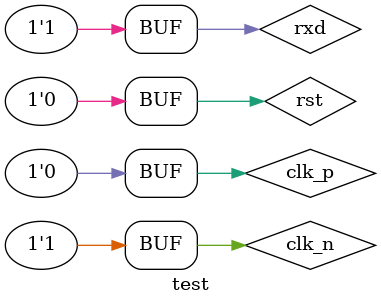
<source format=v>
`timescale 1 ns / 1 ps

module test();
	localparam STEP = 8;

	reg clk_n;
	reg clk_p;
	reg rst;
	reg rxd;
	wire txd;

	design_1_wrapper s1(
		clk_n,
		clk_p,
		reset,
		rxd,
		txd);

	always begin
		clk_p = 1; clk_n = 0; #(STEP/2);
		clk_p = 0; clk_n = 1; #(STEP/2);
	end

	initial begin
		rst = 0;
		rxd = 1;
		#(STEP*500);
		rst = 1;
		#(STEP*10);
		rst = 0;
	end

endmodule

</source>
